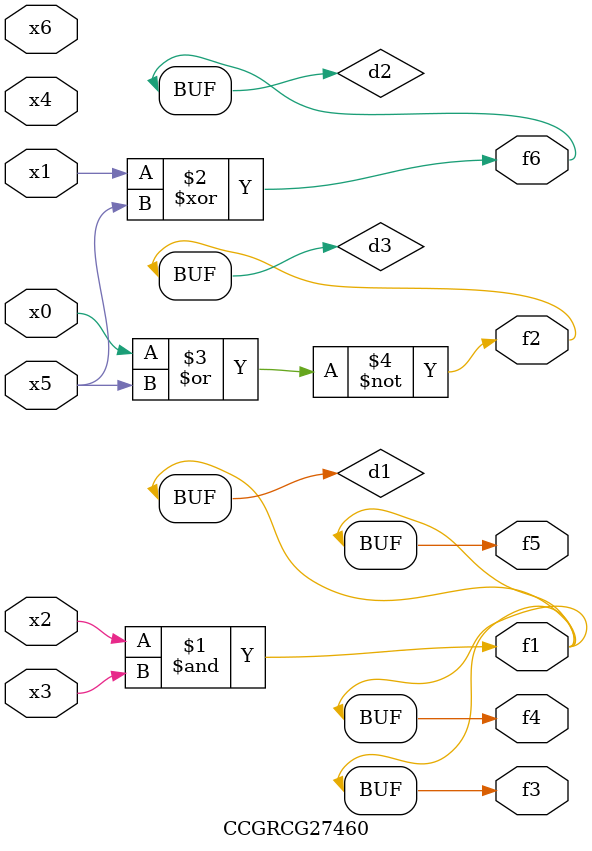
<source format=v>
module CCGRCG27460(
	input x0, x1, x2, x3, x4, x5, x6,
	output f1, f2, f3, f4, f5, f6
);

	wire d1, d2, d3;

	and (d1, x2, x3);
	xor (d2, x1, x5);
	nor (d3, x0, x5);
	assign f1 = d1;
	assign f2 = d3;
	assign f3 = d1;
	assign f4 = d1;
	assign f5 = d1;
	assign f6 = d2;
endmodule

</source>
